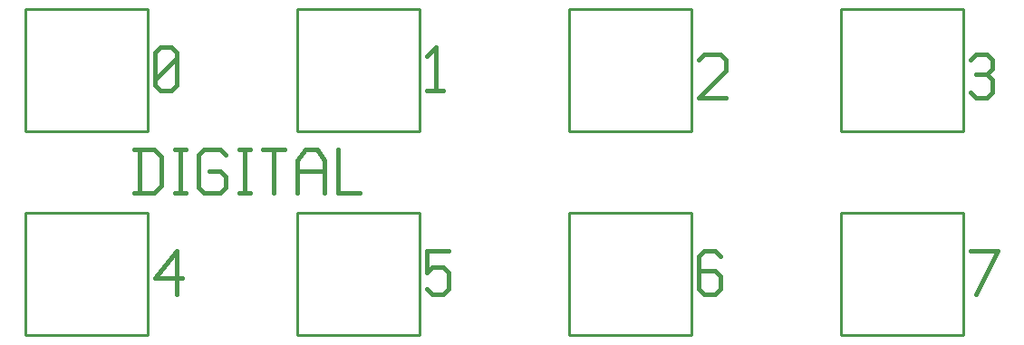
<source format=gbr>
G04 start of page 8 for group -4079 idx -4079 *
G04 Title: (unknown), topsilk *
G04 Creator: pcb 20140316 *
G04 CreationDate: Tue 28 Aug 2018 06:00:51 PM GMT UTC *
G04 For: thomasc *
G04 Format: Gerber/RS-274X *
G04 PCB-Dimensions (mil): 3800.00 1250.00 *
G04 PCB-Coordinate-Origin: lower left *
%MOIN*%
%FSLAX25Y25*%
%LNTOPSILK*%
%ADD44C,0.0100*%
%ADD43C,0.0160*%
G54D43*X165000Y105300D02*X168200Y108500D01*
Y92500D01*
X165000D02*X171000D01*
X265000Y104000D02*X267000Y106000D01*
X273000D01*
X275000Y104000D01*
Y100000D01*
X265000Y90000D02*X275000Y100000D01*
X265000Y90000D02*X275000D01*
X165000Y33500D02*X173000D01*
X165000D02*Y25500D01*
X167000Y27500D01*
X171000D01*
X173000Y25500D01*
Y19500D01*
X171000Y17500D02*X173000Y19500D01*
X167000Y17500D02*X171000D01*
X165000Y19500D02*X167000Y17500D01*
X271000Y33500D02*X273000Y31500D01*
X267000Y33500D02*X271000D01*
X265000Y31500D02*X267000Y33500D01*
X265000Y31500D02*Y19500D01*
X267000Y17500D01*
X271000Y26300D02*X273000Y24300D01*
X265000Y26300D02*X271000D01*
X267000Y17500D02*X271000D01*
X273000Y19500D01*
Y24300D02*Y19500D01*
X59500Y71000D02*Y55000D01*
X64700Y71000D02*X67500Y68200D01*
Y57800D01*
X64700Y55000D02*X67500Y57800D01*
X57500Y55000D02*X64700D01*
X57500Y71000D02*X64700D01*
X72300D02*X76300D01*
X74300D02*Y55000D01*
X72300D02*X76300D01*
X89100Y71000D02*X91100Y69000D01*
X83100Y71000D02*X89100D01*
X81100Y69000D02*X83100Y71000D01*
X81100Y69000D02*Y57000D01*
X83100Y55000D01*
X89100D01*
X91100Y57000D01*
Y61000D02*Y57000D01*
X89100Y63000D02*X91100Y61000D01*
X85100Y63000D02*X89100D01*
X95900Y71000D02*X99900D01*
X97900D02*Y55000D01*
X95900D02*X99900D01*
X104700Y71000D02*X112700D01*
X108700D02*Y55000D01*
X117500Y67000D02*Y55000D01*
Y67000D02*X120300Y71000D01*
X124700D01*
X127500Y67000D01*
Y55000D01*
X117500Y63000D02*X127500D01*
X132300Y71000D02*Y55000D01*
X140300D01*
X65000Y94500D02*X67000Y92500D01*
X65000Y106500D02*Y94500D01*
Y106500D02*X67000Y108500D01*
X71000D01*
X73000Y106500D01*
Y94500D01*
X71000Y92500D02*X73000Y94500D01*
X67000Y92500D02*X71000D01*
X65000Y96500D02*X73000Y104500D01*
X65000Y23500D02*X73000Y33500D01*
X65000Y23500D02*X75000D01*
X73000Y33500D02*Y17500D01*
X365000Y104000D02*X367000Y106000D01*
X371000D01*
X373000Y104000D01*
X371000Y90000D02*X373000Y92000D01*
X367000Y90000D02*X371000D01*
X365000Y92000D02*X367000Y90000D01*
Y98800D02*X371000D01*
X373000Y104000D02*Y100800D01*
Y96800D02*Y92000D01*
Y96800D02*X371000Y98800D01*
X373000Y100800D02*X371000Y98800D01*
X367000Y17500D02*X375000Y33500D01*
X365000D02*X375000D01*
G54D44*X17500Y77500D02*Y122500D01*
X62500D01*
Y77500D01*
X17500D01*
Y2500D02*Y47500D01*
X62500D01*
Y2500D01*
X17500D01*
X117500D02*Y47500D01*
X162500D01*
Y2500D01*
X117500D01*
X317500D02*Y47500D01*
X362500D01*
Y2500D01*
X317500D01*
X117500Y77500D02*Y122500D01*
X162500D01*
Y77500D01*
X117500D01*
X317500D02*Y122500D01*
X362500D01*
Y77500D01*
X317500D01*
X217500D02*Y122500D01*
X262500D01*
Y77500D01*
X217500D01*
Y2500D02*Y47500D01*
X262500D01*
Y2500D01*
X217500D01*
M02*

</source>
